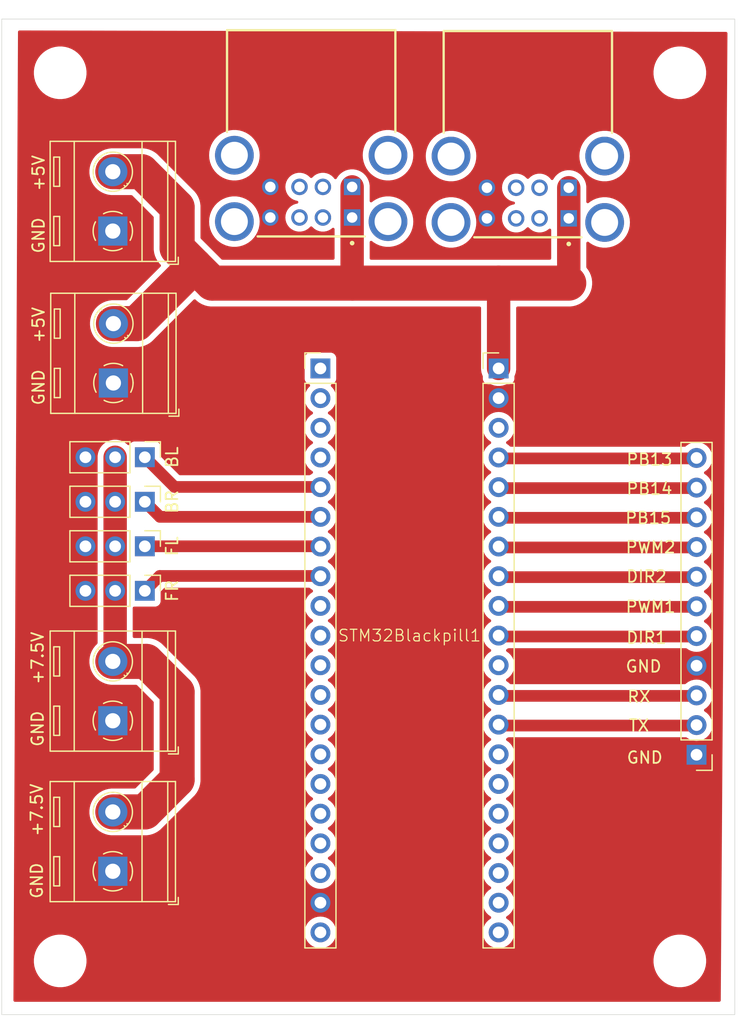
<source format=kicad_pcb>
(kicad_pcb (version 20240108) (generator "pcbnew") (generator_version "8.0")
  (layers (0 "F.Cu" signal) (31 "B.Cu" signal) (34 "B.Paste" user) (35 "F.Paste" user) (36 "B.SilkS" user "B.Silkscreen") (37 "F.SilkS" user "F.Silkscreen") (38 "B.Mask" user) (39 "F.Mask" user) (44 "Edge.Cuts" user))
  (net 0 "")
  (net 1 "GND")
  (net 2 "+5V")
  (net 3 "+7.5V")
  (net 4 "TX")
  (net 5 "RX")
  (net 6 "SERVOFR")
  (net 7 "SERVOFL")
  (net 8 "SERVOBR")
  (net 9 "SERVOBL")
  (net 10 "PB13")
  (net 11 "PB14")
  (net 12 "PB15")
  (net 13 "PWM2")
  (net 14 "DIR2")
  (net 15 "PWM1")
  (net 16 "DIR1")
  (footprint "MountingHole:MountingHole_3.5mm" (layer "F.Cu") (at 135 56)
    (property "Reference" "H2" (hide yes))
    (property "Value" "MountingHole")
    (pad "" np_thru_hole circle (at 0 0) (size 3.5 3.5) (drill 3.5) (layers "*.Cu" "*.Mask"))
  )
  (footprint "Connector_PinHeader_2.54mm:PinHeader_1x03_P2.54mm_Vertical" (layer "F.Cu") (at 142.24 92.71 -90)
    (property "Reference" "BR" (at 0 -2.33 270) (layer "F.SilkS"))
    (property "Value" "Conn_01x03")
    (fp_line (start -1.33 6.41) (end 1.33 6.41) (stroke (width 0.12)) (layer "F.SilkS"))
    (fp_line (start -1.33 1.27) (end -1.33 6.41) (stroke (width 0.12)) (layer "F.SilkS"))
    (fp_line (start -1.33 1.27) (end 1.33 1.27) (stroke (width 0.12)) (layer "F.SilkS"))
    (fp_line (start 1.33 1.27) (end 1.33 6.41) (stroke (width 0.12)) (layer "F.SilkS"))
    (fp_line (start -1.33 0) (end -1.33 -1.33) (stroke (width 0.12)) (layer "F.SilkS"))
    (fp_line (start -1.33 -1.33) (end 0 -1.33) (stroke (width 0.12)) (layer "F.SilkS"))
    (pad "1" thru_hole rect (at 0 0 270) (size 1.7 1.7) (drill 1) (layers "*.Cu" "*.Mask") (net 8 "SERVOBR"))
    (pad "2" thru_hole oval (at 0 2.54 270) (size 1.7 1.7) (drill 1) (layers "*.Cu" "*.Mask") (net 3 "+7.5V"))
    (pad "3" thru_hole oval (at 0 5.08 270) (size 1.7 1.7) (drill 1) (layers "*.Cu" "*.Mask") (net 1 "GND"))
  )
  (footprint "Connector_PinHeader_2.54mm:PinHeader_1x03_P2.54mm_Vertical" (layer "F.Cu") (at 142.24 100.33 -90)
    (property "Reference" "FR" (at 0 -2.33 270) (layer "F.SilkS"))
    (property "Value" "Conn_01x03")
    (fp_line (start -1.33 6.41) (end 1.33 6.41) (stroke (width 0.12)) (layer "F.SilkS"))
    (fp_line (start -1.33 1.27) (end -1.33 6.41) (stroke (width 0.12)) (layer "F.SilkS"))
    (fp_line (start -1.33 1.27) (end 1.33 1.27) (stroke (width 0.12)) (layer "F.SilkS"))
    (fp_line (start 1.33 1.27) (end 1.33 6.41) (stroke (width 0.12)) (layer "F.SilkS"))
    (fp_line (start -1.33 0) (end -1.33 -1.33) (stroke (width 0.12)) (layer "F.SilkS"))
    (fp_line (start -1.33 -1.33) (end 0 -1.33) (stroke (width 0.12)) (layer "F.SilkS"))
    (pad "1" thru_hole rect (at 0 0 270) (size 1.7 1.7) (drill 1) (layers "*.Cu" "*.Mask") (net 6 "SERVOFR"))
    (pad "2" thru_hole oval (at 0 2.54 270) (size 1.7 1.7) (drill 1) (layers "*.Cu" "*.Mask") (net 3 "+7.5V"))
    (pad "3" thru_hole oval (at 0 5.08 270) (size 1.7 1.7) (drill 1) (layers "*.Cu" "*.Mask") (net 1 "GND"))
  )
  (footprint "TerminalBlock_RND:TerminalBlock_RND_205-00287_1x02_P5.08mm_Horizontal" (layer "F.Cu") (at 139.5 124.33 90)
    (property "Reference" "J12" (hide yes))
    (property "Value" "7V")
    (fp_line (start 7.68 -5.36) (end 7.68 5.36) (stroke (width 0.12)) (layer "F.SilkS"))
    (fp_line (start -2.6 -5.36) (end 7.68 -5.36) (stroke (width 0.12)) (layer "F.SilkS"))
    (fp_line (start -2.6 -5.36) (end -2.6 5.36) (stroke (width 0.12)) (layer "F.SilkS"))
    (fp_line (start 6.33 -5.05) (end 6.33 -4.55) (stroke (width 0.12)) (layer "F.SilkS"))
    (fp_line (start 3.83 -5.05) (end 6.33 -5.05) (stroke (width 0.12)) (layer "F.SilkS"))
    (fp_line (start 3.83 -5.05) (end 3.83 -4.55) (stroke (width 0.12)) (layer "F.SilkS"))
    (fp_line (start 1.25 -5.05) (end 1.25 -4.55) (stroke (width 0.12)) (layer "F.SilkS"))
    (fp_line (start -1.25 -5.05) (end 1.25 -5.05) (stroke (width 0.12)) (layer "F.SilkS"))
    (fp_line (start -1.25 -5.05) (end -1.25 -4.55) (stroke (width 0.12)) (layer "F.SilkS"))
    (fp_line (start 3.83 -4.55) (end 6.33 -4.55) (stroke (width 0.12)) (layer "F.SilkS"))
    (fp_line (start -1.25 -4.55) (end 1.25 -4.55) (stroke (width 0.12)) (layer "F.SilkS"))
    (fp_line (start -2.6 -3.3) (end 7.68 -3.3) (stroke (width 0.12)) (layer "F.SilkS"))
    (fp_line (start 6.15 -1.275) (end 6.091 -1.216) (stroke (width 0.12)) (layer "F.SilkS"))
    (fp_line (start 6.355 -1.069) (end 6.261 -0.976) (stroke (width 0.12)) (layer "F.SilkS"))
    (fp_line (start 3.9 0.976) (end 3.806 1.069) (stroke (width 0.12)) (layer "F.SilkS"))
    (fp_line (start 4.07 1.216) (end 4.011 1.274) (stroke (width 0.12)) (layer "F.SilkS"))
    (fp_line (start -2.6 2.5) (end 7.68 2.5) (stroke (width 0.12)) (layer "F.SilkS"))
    (fp_line (start -2.6 4.7) (end 7.68 4.7) (stroke (width 0.12)) (layer "F.SilkS"))
    (fp_line (start -2.84 4.76) (end -2.84 5.6) (stroke (width 0.12)) (layer "F.SilkS"))
    (fp_line (start -2.6 5.36) (end 7.68 5.36) (stroke (width 0.12)) (layer "F.SilkS"))
    (fp_line (start -2.84 5.6) (end -2.24 5.6) (stroke (width 0.12)) (layer "F.SilkS"))
    (fp_arc (start -0.789089 -1.483953) (mid -0.00005 -1.680708) (end 0.789 -1.484) (stroke (width 0.12)) (layer "F.SilkS"))
    (fp_arc (start 1.483953 -0.789089) (mid 1.680708 -0.00005) (end 1.484 0.789) (stroke (width 0.12)) (layer "F.SilkS"))
    (fp_arc (start -1.483953 0.789089) (mid -1.680708 0.00005) (end -1.484 -0.789) (stroke (width 0.12)) (layer "F.SilkS"))
    (fp_arc (start 0.788712 1.483352) (mid 0.406429 1.630097) (end 0 1.68) (stroke (width 0.12)) (layer "F.SilkS"))
    (fp_arc (start 0.029383 1.68045) (mid -0.392304 1.634281) (end -0.789 1.484) (stroke (width 0.12)) (layer "F.SilkS"))
    (fp_circle (center 5.08 0) (end 6.76 0) (stroke (width 0.12)) (fill none) (layer "F.SilkS"))
    (pad "1" thru_hole rect (at 0 0 90) (size 2.5 2.5) (drill 1.3) (layers "*.Cu" "*.Mask") (net 1 "GND"))
    (pad "2" thru_hole circle (at 5.08 0 90) (size 2.5 2.5) (drill 1.3) (layers "*.Cu" "*.Mask") (net 3 "+7.5V"))
  )
  (footprint "MountingHole:MountingHole_3.5mm" (layer "F.Cu") (at 188 56)
    (property "Reference" "H3" (hide yes))
    (property "Value" "MountingHole")
    (pad "" np_thru_hole circle (at 0 0) (size 3.5 3.5) (drill 3.5) (layers "*.Cu" "*.Mask"))
  )
  (footprint "TerminalBlock_RND:TerminalBlock_RND_205-00287_1x02_P5.08mm_Horizontal" (layer "F.Cu") (at 139.5 69.545 90)
    (property "Reference" "J1" (hide yes))
    (property "Value" "5V")
    (fp_line (start 7.68 -5.36) (end 7.68 5.36) (stroke (width 0.12)) (layer "F.SilkS"))
    (fp_line (start -2.6 -5.36) (end 7.68 -5.36) (stroke (width 0.12)) (layer "F.SilkS"))
    (fp_line (start -2.6 -5.36) (end -2.6 5.36) (stroke (width 0.12)) (layer "F.SilkS"))
    (fp_line (start 6.33 -5.05) (end 6.33 -4.55) (stroke (width 0.12)) (layer "F.SilkS"))
    (fp_line (start 3.83 -5.05) (end 6.33 -5.05) (stroke (width 0.12)) (layer "F.SilkS"))
    (fp_line (start 3.83 -5.05) (end 3.83 -4.55) (stroke (width 0.12)) (layer "F.SilkS"))
    (fp_line (start 1.25 -5.05) (end 1.25 -4.55) (stroke (width 0.12)) (layer "F.SilkS"))
    (fp_line (start -1.25 -5.05) (end 1.25 -5.05) (stroke (width 0.12)) (layer "F.SilkS"))
    (fp_line (start -1.25 -5.05) (end -1.25 -4.55) (stroke (width 0.12)) (layer "F.SilkS"))
    (fp_line (start 3.83 -4.55) (end 6.33 -4.55) (stroke (width 0.12)) (layer "F.SilkS"))
    (fp_line (start -1.25 -4.55) (end 1.25 -4.55) (stroke (width 0.12)) (layer "F.SilkS"))
    (fp_line (start -2.6 -3.3) (end 7.68 -3.3) (stroke (width 0.12)) (layer "F.SilkS"))
    (fp_line (start 6.15 -1.275) (end 6.091 -1.216) (stroke (width 0.12)) (layer "F.SilkS"))
    (fp_line (start 6.355 -1.069) (end 6.261 -0.976) (stroke (width 0.12)) (layer "F.SilkS"))
    (fp_line (start 3.9 0.976) (end 3.806 1.069) (stroke (width 0.12)) (layer "F.SilkS"))
    (fp_line (start 4.07 1.216) (end 4.011 1.274) (stroke (width 0.12)) (layer "F.SilkS"))
    (fp_line (start -2.6 2.5) (end 7.68 2.5) (stroke (width 0.12)) (layer "F.SilkS"))
    (fp_line (start -2.6 4.7) (end 7.68 4.7) (stroke (width 0.12)) (layer "F.SilkS"))
    (fp_line (start -2.84 4.76) (end -2.84 5.6) (stroke (width 0.12)) (layer "F.SilkS"))
    (fp_line (start -2.6 5.36) (end 7.68 5.36) (stroke (width 0.12)) (layer "F.SilkS"))
    (fp_line (start -2.84 5.6) (end -2.24 5.6) (stroke (width 0.12)) (layer "F.SilkS"))
    (fp_arc (start -0.789089 -1.483953) (mid -0.00005 -1.680708) (end 0.789 -1.484) (stroke (width 0.12)) (layer "F.SilkS"))
    (fp_arc (start 1.483953 -0.789089) (mid 1.680708 -0.00005) (end 1.484 0.789) (stroke (width 0.12)) (layer "F.SilkS"))
    (fp_arc (start -1.483953 0.789089) (mid -1.680708 0.00005) (end -1.484 -0.789) (stroke (width 0.12)) (layer "F.SilkS"))
    (fp_arc (start 0.788712 1.483352) (mid 0.406429 1.630097) (end 0 1.68) (stroke (width 0.12)) (layer "F.SilkS"))
    (fp_arc (start 0.029383 1.68045) (mid -0.392304 1.634281) (end -0.789 1.484) (stroke (width 0.12)) (layer "F.SilkS"))
    (fp_circle (center 5.08 0) (end 6.76 0) (stroke (width 0.12)) (fill none) (layer "F.SilkS"))
    (pad "1" thru_hole rect (at 0 0 90) (size 2.5 2.5) (drill 1.3) (layers "*.Cu" "*.Mask") (net 1 "GND"))
    (pad "2" thru_hole circle (at 5.08 0 90) (size 2.5 2.5) (drill 1.3) (layers "*.Cu" "*.Mask") (net 2 "+5V"))
  )
  (footprint "MountingHole:MountingHole_3.5mm" (layer "F.Cu") (at 135 132)
    (property "Reference" "H1" (hide yes))
    (property "Value" "MountingHole")
    (pad "" np_thru_hole circle (at 0 0) (size 3.5 3.5) (drill 3.5) (layers "*.Cu" "*.Mask"))
  )
  (footprint "TerminalBlock_RND:TerminalBlock_RND_205-00287_1x02_P5.08mm_Horizontal" (layer "F.Cu") (at 139.5 111.45 90)
    (property "Reference" "J2" (hide yes))
    (property "Value" "7V")
    (fp_line (start 7.68 -5.36) (end 7.68 5.36) (stroke (width 0.12)) (layer "F.SilkS"))
    (fp_line (start -2.6 -5.36) (end 7.68 -5.36) (stroke (width 0.12)) (layer "F.SilkS"))
    (fp_line (start -2.6 -5.36) (end -2.6 5.36) (stroke (width 0.12)) (layer "F.SilkS"))
    (fp_line (start 6.33 -5.05) (end 6.33 -4.55) (stroke (width 0.12)) (layer "F.SilkS"))
    (fp_line (start 3.83 -5.05) (end 6.33 -5.05) (stroke (width 0.12)) (layer "F.SilkS"))
    (fp_line (start 3.83 -5.05) (end 3.83 -4.55) (stroke (width 0.12)) (layer "F.SilkS"))
    (fp_line (start 1.25 -5.05) (end 1.25 -4.55) (stroke (width 0.12)) (layer "F.SilkS"))
    (fp_line (start -1.25 -5.05) (end 1.25 -5.05) (stroke (width 0.12)) (layer "F.SilkS"))
    (fp_line (start -1.25 -5.05) (end -1.25 -4.55) (stroke (width 0.12)) (layer "F.SilkS"))
    (fp_line (start 3.83 -4.55) (end 6.33 -4.55) (stroke (width 0.12)) (layer "F.SilkS"))
    (fp_line (start -1.25 -4.55) (end 1.25 -4.55) (stroke (width 0.12)) (layer "F.SilkS"))
    (fp_line (start -2.6 -3.3) (end 7.68 -3.3) (stroke (width 0.12)) (layer "F.SilkS"))
    (fp_line (start 6.15 -1.275) (end 6.091 -1.216) (stroke (width 0.12)) (layer "F.SilkS"))
    (fp_line (start 6.355 -1.069) (end 6.261 -0.976) (stroke (width 0.12)) (layer "F.SilkS"))
    (fp_line (start 3.9 0.976) (end 3.806 1.069) (stroke (width 0.12)) (layer "F.SilkS"))
    (fp_line (start 4.07 1.216) (end 4.011 1.274) (stroke (width 0.12)) (layer "F.SilkS"))
    (fp_line (start -2.6 2.5) (end 7.68 2.5) (stroke (width 0.12)) (layer "F.SilkS"))
    (fp_line (start -2.6 4.7) (end 7.68 4.7) (stroke (width 0.12)) (layer "F.SilkS"))
    (fp_line (start -2.84 4.76) (end -2.84 5.6) (stroke (width 0.12)) (layer "F.SilkS"))
    (fp_line (start -2.6 5.36) (end 7.68 5.36) (stroke (width 0.12)) (layer "F.SilkS"))
    (fp_line (start -2.84 5.6) (end -2.24 5.6) (stroke (width 0.12)) (layer "F.SilkS"))
    (fp_arc (start -0.789089 -1.483953) (mid -0.00005 -1.680708) (end 0.789 -1.484) (stroke (width 0.12)) (layer "F.SilkS"))
    (fp_arc (start 1.483953 -0.789089) (mid 1.680708 -0.00005) (end 1.484 0.789) (stroke (width 0.12)) (layer "F.SilkS"))
    (fp_arc (start -1.483953 0.789089) (mid -1.680708 0.00005) (end -1.484 -0.789) (stroke (width 0.12)) (layer "F.SilkS"))
    (fp_arc (start 0.788712 1.483352) (mid 0.406429 1.630097) (end 0 1.68) (stroke (width 0.12)) (layer "F.SilkS"))
    (fp_arc (start 0.029383 1.68045) (mid -0.392304 1.634281) (end -0.789 1.484) (stroke (width 0.12)) (layer "F.SilkS"))
    (fp_circle (center 5.08 0) (end 6.76 0) (stroke (width 0.12)) (fill none) (layer "F.SilkS"))
    (pad "1" thru_hole rect (at 0 0 90) (size 2.5 2.5) (drill 1.3) (layers "*.Cu" "*.Mask") (net 1 "GND"))
    (pad "2" thru_hole circle (at 5.08 0 90) (size 2.5 2.5) (drill 1.3) (layers "*.Cu" "*.Mask") (net 3 "+7.5V"))
  )
  (footprint "TerminalBlock_RND:TerminalBlock_RND_205-00287_1x02_P5.08mm_Horizontal" (layer "F.Cu") (at 139.55 82.545 90)
    (property "Reference" "J9" (hide yes))
    (property "Value" "5V")
    (fp_line (start 7.68 -5.36) (end 7.68 5.36) (stroke (width 0.12)) (layer "F.SilkS"))
    (fp_line (start -2.6 -5.36) (end 7.68 -5.36) (stroke (width 0.12)) (layer "F.SilkS"))
    (fp_line (start -2.6 -5.36) (end -2.6 5.36) (stroke (width 0.12)) (layer "F.SilkS"))
    (fp_line (start 6.33 -5.05) (end 6.33 -4.55) (stroke (width 0.12)) (layer "F.SilkS"))
    (fp_line (start 3.83 -5.05) (end 6.33 -5.05) (stroke (width 0.12)) (layer "F.SilkS"))
    (fp_line (start 3.83 -5.05) (end 3.83 -4.55) (stroke (width 0.12)) (layer "F.SilkS"))
    (fp_line (start 1.25 -5.05) (end 1.25 -4.55) (stroke (width 0.12)) (layer "F.SilkS"))
    (fp_line (start -1.25 -5.05) (end 1.25 -5.05) (stroke (width 0.12)) (layer "F.SilkS"))
    (fp_line (start -1.25 -5.05) (end -1.25 -4.55) (stroke (width 0.12)) (layer "F.SilkS"))
    (fp_line (start 3.83 -4.55) (end 6.33 -4.55) (stroke (width 0.12)) (layer "F.SilkS"))
    (fp_line (start -1.25 -4.55) (end 1.25 -4.55) (stroke (width 0.12)) (layer "F.SilkS"))
    (fp_line (start -2.6 -3.3) (end 7.68 -3.3) (stroke (width 0.12)) (layer "F.SilkS"))
    (fp_line (start 6.15 -1.275) (end 6.091 -1.216) (stroke (width 0.12)) (layer "F.SilkS"))
    (fp_line (start 6.355 -1.069) (end 6.261 -0.976) (stroke (width 0.12)) (layer "F.SilkS"))
    (fp_line (start 3.9 0.976) (end 3.806 1.069) (stroke (width 0.12)) (layer "F.SilkS"))
    (fp_line (start 4.07 1.216) (end 4.011 1.274) (stroke (width 0.12)) (layer "F.SilkS"))
    (fp_line (start -2.6 2.5) (end 7.68 2.5) (stroke (width 0.12)) (layer "F.SilkS"))
    (fp_line (start -2.6 4.7) (end 7.68 4.7) (stroke (width 0.12)) (layer "F.SilkS"))
    (fp_line (start -2.84 4.76) (end -2.84 5.6) (stroke (width 0.12)) (layer "F.SilkS"))
    (fp_line (start -2.6 5.36) (end 7.68 5.36) (stroke (width 0.12)) (layer "F.SilkS"))
    (fp_line (start -2.84 5.6) (end -2.24 5.6) (stroke (width 0.12)) (layer "F.SilkS"))
    (fp_arc (start -0.789089 -1.483953) (mid -0.00005 -1.680708) (end 0.789 -1.484) (stroke (width 0.12)) (layer "F.SilkS"))
    (fp_arc (start 1.483953 -0.789089) (mid 1.680708 -0.00005) (end 1.484 0.789) (stroke (width 0.12)) (layer "F.SilkS"))
    (fp_arc (start -1.483953 0.789089) (mid -1.680708 0.00005) (end -1.484 -0.789) (stroke (width 0.12)) (layer "F.SilkS"))
    (fp_arc (start 0.788712 1.483352) (mid 0.406429 1.630097) (end 0 1.68) (stroke (width 0.12)) (layer "F.SilkS"))
    (fp_arc (start 0.029383 1.68045) (mid -0.392304 1.634281) (end -0.789 1.484) (stroke (width 0.12)) (layer "F.SilkS"))
    (fp_circle (center 5.08 0) (end 6.76 0) (stroke (width 0.12)) (fill none) (layer "F.SilkS"))
    (pad "1" thru_hole rect (at 0 0 90) (size 2.5 2.5) (drill 1.3) (layers "*.Cu" "*.Mask") (net 1 "GND"))
    (pad "2" thru_hole circle (at 5.08 0 90) (size 2.5 2.5) (drill 1.3) (layers "*.Cu" "*.Mask") (net 2 "+5V"))
  )
  (footprint "MountingHole:MountingHole_3.5mm" (layer "F.Cu") (at 188 132)
    (property "Reference" "H4" (hide yes))
    (property "Value" "MountingHole")
    (pad "" np_thru_hole circle (at 0 0) (size 3.5 3.5) (drill 3.5) (layers "*.Cu" "*.Mask"))
  )
  (footprint "Connector_PinHeader_2.54mm:PinHeader_1x11_P2.54mm_Vertical" (layer "F.Cu") (at 189.43 114.36 180)
    (property "Reference" "J10" (hide yes))
    (property "Value" "Conn_01x11")
    (fp_line (start 1.33 1.27) (end 1.33 26.73) (stroke (width 0.12)) (layer "F.SilkS"))
    (fp_line (start -1.33 26.73) (end 1.33 26.73) (stroke (width 0.12)) (layer "F.SilkS"))
    (fp_line (start -1.33 1.27) (end 1.33 1.27) (stroke (width 0.12)) (layer "F.SilkS"))
    (fp_line (start -1.33 1.27) (end -1.33 26.73) (stroke (width 0.12)) (layer "F.SilkS"))
    (fp_line (start -1.33 0) (end -1.33 -1.33) (stroke (width 0.12)) (layer "F.SilkS"))
    (fp_line (start -1.33 -1.33) (end 0 -1.33) (stroke (width 0.12)) (layer "F.SilkS"))
    (pad "1" thru_hole rect (at 0 0 180) (size 1.7 1.7) (drill 1) (layers "*.Cu" "*.Mask") (net 1 "GND"))
    (pad "2" thru_hole oval (at 0 2.54 180) (size 1.7 1.7) (drill 1) (layers "*.Cu" "*.Mask") (net 4 "TX"))
    (pad "3" thru_hole oval (at 0 5.08 180) (size 1.7 1.7) (drill 1) (layers "*.Cu" "*.Mask") (net 5 "RX"))
    (pad "4" thru_hole oval (at 0 7.62 180) (size 1.7 1.7) (drill 1) (layers "*.Cu" "*.Mask") (net 1 "GND"))
    (pad "5" thru_hole oval (at 0 10.16 180) (size 1.7 1.7) (drill 1) (layers "*.Cu" "*.Mask") (net 16 "DIR1"))
    (pad "6" thru_hole oval (at 0 12.7 180) (size 1.7 1.7) (drill 1) (layers "*.Cu" "*.Mask") (net 15 "PWM1"))
    (pad "7" thru_hole oval (at 0 15.24 180) (size 1.7 1.7) (drill 1) (layers "*.Cu" "*.Mask") (net 14 "DIR2"))
    (pad "8" thru_hole oval (at 0 17.78 180) (size 1.7 1.7) (drill 1) (layers "*.Cu" "*.Mask") (net 13 "PWM2"))
    (pad "9" thru_hole oval (at 0 20.32 180) (size 1.7 1.7) (drill 1) (layers "*.Cu" "*.Mask") (net 12 "PB15"))
    (pad "10" thru_hole oval (at 0 22.86 180) (size 1.7 1.7) (drill 1) (layers "*.Cu" "*.Mask") (net 11 "PB14"))
    (pad "11" thru_hole oval (at 0 25.4 180) (size 1.7 1.7) (drill 1) (layers "*.Cu" "*.Mask") (net 10 "PB13"))
  )
  (footprint "Connector_PinHeader_2.54mm:PinHeader_1x03_P2.54mm_Vertical" (layer "F.Cu") (at 142.24 88.9 -90)
    (property "Reference" "BL" (at 0 -2.33 270) (layer "F.SilkS"))
    (property "Value" "Conn_01x03")
    (fp_line (start -1.33 6.41) (end 1.33 6.41) (stroke (width 0.12)) (layer "F.SilkS"))
    (fp_line (start -1.33 1.27) (end -1.33 6.41) (stroke (width 0.12)) (layer "F.SilkS"))
    (fp_line (start -1.33 1.27) (end 1.33 1.27) (stroke (width 0.12)) (layer "F.SilkS"))
    (fp_line (start 1.33 1.27) (end 1.33 6.41) (stroke (width 0.12)) (layer "F.SilkS"))
    (fp_line (start -1.33 0) (end -1.33 -1.33) (stroke (width 0.12)) (layer "F.SilkS"))
    (fp_line (start -1.33 -1.33) (end 0 -1.33) (stroke (width 0.12)) (layer "F.SilkS"))
    (pad "1" thru_hole rect (at 0 0 270) (size 1.7 1.7) (drill 1) (layers "*.Cu" "*.Mask") (net 9 "SERVOBL"))
    (pad "2" thru_hole oval (at 0 2.54 270) (size 1.7 1.7) (drill 1) (layers "*.Cu" "*.Mask") (net 3 "+7.5V"))
    (pad "3" thru_hole oval (at 0 5.08 270) (size 1.7 1.7) (drill 1) (layers "*.Cu" "*.Mask") (net 1 "GND"))
  )
  (footprint "USBA:DualUSB" (layer "F.Cu") (at 159.97 68.385 180)
    (property "Reference" "USB1" (hide yes))
    (property "Value" "USB")
    (fp_line (start 10.7 16.03) (end -3.7 16.03) (stroke (width 0.2)) (layer "F.SilkS"))
    (fp_line (start 10.7 7.32) (end 10.7 16.03) (stroke (width 0.2)) (layer "F.SilkS"))
    (fp_line (start -1.08 -1.62) (end 8.08 -1.62) (stroke (width 0.2)) (layer "F.SilkS"))
    (fp_line (start -3.7 16.03) (end -3.7 7.32) (stroke (width 0.2)) (layer "F.SilkS"))
    (fp_circle (center 0 -2.19) (end 0.1 -2.19) (stroke (width 0.2)) (fill none) (layer "F.SilkS"))
    (pad "A01" thru_hole rect (at 0 0 180) (size 1.408 1.408) (drill 0.9) (layers "*.Cu" "*.Mask") (net 2 "+5V"))
    (pad "A02" thru_hole circle (at 2.5 0 180) (size 1.408 1.408) (drill 0.9) (layers "*.Cu" "*.Mask"))
    (pad "A03" thru_hole circle (at 4.5 0 180) (size 1.408 1.408) (drill 0.9) (layers "*.Cu" "*.Mask"))
    (pad "A04" thru_hole circle (at 7 0 180) (size 1.408 1.408) (drill 0.9) (layers "*.Cu" "*.Mask") (net 1 "GND"))
    (pad "B01" thru_hole rect (at 0 2.62 180) (size 1.408 1.408) (drill 0.9) (layers "*.Cu" "*.Mask") (net 2 "+5V"))
    (pad "B02" thru_hole circle (at 2.5 2.62 180) (size 1.408 1.408) (drill 0.9) (layers "*.Cu" "*.Mask"))
    (pad "B03" thru_hole circle (at 4.5 2.62 180) (size 1.408 1.408) (drill 0.9) (layers "*.Cu" "*.Mask"))
    (pad "B04" thru_hole circle (at 7 2.62 180) (size 1.408 1.408) (drill 0.9) (layers "*.Cu" "*.Mask") (net 1 "GND"))
    (pad "S1" thru_hole circle (at -3.07 -0.35 180) (size 3.316 3.316) (drill 2.3) (layers "*.Cu" "*.Mask"))
    (pad "S2" thru_hole circle (at 10.07 -0.35 180) (size 3.316 3.316) (drill 2.3) (layers "*.Cu" "*.Mask"))
    (pad "S3" thru_hole circle (at 10.07 5.33 180) (size 3.316 3.316) (drill 2.3) (layers "*.Cu" "*.Mask"))
    (pad "S4" thru_hole circle (at -3.07 5.33 180) (size 3.316 3.316) (drill 2.3) (layers "*.Cu" "*.Mask"))
  )
  (footprint "USBA:DualUSB" (layer "F.Cu") (at 178.5 68.4575 180)
    (property "Reference" "USB2" (hide yes))
    (property "Value" "USB")
    (fp_line (start 10.7 16.03) (end -3.7 16.03) (stroke (width 0.2)) (layer "F.SilkS"))
    (fp_line (start 10.7 7.32) (end 10.7 16.03) (stroke (width 0.2)) (layer "F.SilkS"))
    (fp_line (start -1.08 -1.62) (end 8.08 -1.62) (stroke (width 0.2)) (layer "F.SilkS"))
    (fp_line (start -3.7 16.03) (end -3.7 7.32) (stroke (width 0.2)) (layer "F.SilkS"))
    (fp_circle (center 0 -2.19) (end 0.1 -2.19) (stroke (width 0.2)) (fill none) (layer "F.SilkS"))
    (pad "A01" thru_hole rect (at 0 0 180) (size 1.408 1.408) (drill 0.9) (layers "*.Cu" "*.Mask") (net 2 "+5V"))
    (pad "A02" thru_hole circle (at 2.5 0 180) (size 1.408 1.408) (drill 0.9) (layers "*.Cu" "*.Mask"))
    (pad "A03" thru_hole circle (at 4.5 0 180) (size 1.408 1.408) (drill 0.9) (layers "*.Cu" "*.Mask"))
    (pad "A04" thru_hole circle (at 7 0 180) (size 1.408 1.408) (drill 0.9) (layers "*.Cu" "*.Mask") (net 1 "GND"))
    (pad "B01" thru_hole rect (at 0 2.62 180) (size 1.408 1.408) (drill 0.9) (layers "*.Cu" "*.Mask") (net 2 "+5V"))
    (pad "B02" thru_hole circle (at 2.5 2.62 180) (size 1.408 1.408) (drill 0.9) (layers "*.Cu" "*.Mask"))
    (pad "B03" thru_hole circle (at 4.5 2.62 180) (size 1.408 1.408) (drill 0.9) (layers "*.Cu" "*.Mask"))
    (pad "B04" thru_hole circle (at 7 2.62 180) (size 1.408 1.408) (drill 0.9) (layers "*.Cu" "*.Mask") (net 1 "GND"))
    (pad "S1" thru_hole circle (at -3.07 -0.35 180) (size 3.316 3.316) (drill 2.3) (layers "*.Cu" "*.Mask"))
    (pad "S2" thru_hole circle (at 10.07 -0.35 180) (size 3.316 3.316) (drill 2.3) (layers "*.Cu" "*.Mask"))
    (pad "S3" thru_hole circle (at 10.07 5.33 180) (size 3.316 3.316) (drill 2.3) (layers "*.Cu" "*.Mask"))
    (pad "S4" thru_hole circle (at -3.07 5.33 180) (size 3.316 3.316) (drill 2.3) (layers "*.Cu" "*.Mask"))
  )
  (footprint "Connector_PinHeader_2.54mm:PinHeader_1x03_P2.54mm_Vertical" (layer "F.Cu") (at 142.24 96.52 -90)
    (property "Reference" "FL" (at 0 -2.33 270) (layer "F.SilkS"))
    (property "Value" "Conn_01x03")
    (fp_line (start -1.33 6.41) (end 1.33 6.41) (stroke (width 0.12)) (layer "F.SilkS"))
    (fp_line (start -1.33 1.27) (end -1.33 6.41) (stroke (width 0.12)) (layer "F.SilkS"))
    (fp_line (start -1.33 1.27) (end 1.33 1.27) (stroke (width 0.12)) (layer "F.SilkS"))
    (fp_line (start 1.33 1.27) (end 1.33 6.41) (stroke (width 0.12)) (layer "F.SilkS"))
    (fp_line (start -1.33 0) (end -1.33 -1.33) (stroke (width 0.12)) (layer "F.SilkS"))
    (fp_line (start -1.33 -1.33) (end 0 -1.33) (stroke (width 0.12)) (layer "F.SilkS"))
    (pad "1" thru_hole rect (at 0 0 270) (size 1.7 1.7) (drill 1) (layers "*.Cu" "*.Mask") (net 7 "SERVOFL"))
    (pad "2" thru_hole oval (at 0 2.54 270) (size 1.7 1.7) (drill 1) (layers "*.Cu" "*.Mask") (net 3 "+7.5V"))
    (pad "3" thru_hole oval (at 0 5.08 270) (size 1.7 1.7) (drill 1) (layers "*.Cu" "*.Mask") (net 1 "GND"))
  )
  (footprint "STM32_footprints:Blackpill" (layer "F.Cu") (at 164.88 104.16)
    (property "Reference" "STM32Blackpill1" (at 0 0 0) (layer "F.SilkS") (effects (font (thickness 0.1))))
    (property "Value" "~")
    (fp_line (start -8.95 -24.19) (end -7.62 -24.19) (stroke (width 0.12)) (layer "F.SilkS"))
    (fp_line (start -8.95 -22.86) (end -8.95 -24.19) (stroke (width 0.12)) (layer "F.SilkS"))
    (fp_line (start -8.95 -21.59) (end -8.95 26.73) (stroke (width 0.12)) (layer "F.SilkS"))
    (fp_line (start -8.95 -21.59) (end -6.29 -21.59) (stroke (width 0.12)) (layer "F.SilkS"))
    (fp_line (start -8.95 26.73) (end -6.29 26.73) (stroke (width 0.12)) (layer "F.SilkS"))
    (fp_line (start -6.29 -21.59) (end -6.29 26.73) (stroke (width 0.12)) (layer "F.SilkS"))
    (fp_line (start 6.29 -24.19) (end 7.62 -24.19) (stroke (width 0.12)) (layer "F.SilkS"))
    (fp_line (start 6.29 -22.86) (end 6.29 -24.19) (stroke (width 0.12)) (layer "F.SilkS"))
    (fp_line (start 6.29 -21.59) (end 6.29 26.73) (stroke (width 0.12)) (layer "F.SilkS"))
    (fp_line (start 6.29 -21.59) (end 8.95 -21.59) (stroke (width 0.12)) (layer "F.SilkS"))
    (fp_line (start 6.29 26.73) (end 8.95 26.73) (stroke (width 0.12)) (layer "F.SilkS"))
    (fp_line (start 8.95 -21.59) (end 8.95 26.73) (stroke (width 0.12)) (layer "F.SilkS"))
    (pad "" thru_hole rect (at -7.62 -22.86) (size 1.7 1.7) (drill 1) (layers "*.Cu" "*.Mask"))
    (pad "" thru_hole oval (at -7.62 -20.32) (size 1.7 1.7) (drill 1) (layers "*.Cu" "*.Mask"))
    (pad "" thru_hole oval (at -7.62 -17.78) (size 1.7 1.7) (drill 1) (layers "*.Cu" "*.Mask"))
    (pad "" thru_hole oval (at -7.62 -15.24) (size 1.7 1.7) (drill 1) (layers "*.Cu" "*.Mask"))
    (pad "" thru_hole oval (at -7.62 -2.54) (size 1.7 1.7) (drill 1) (layers "*.Cu" "*.Mask"))
    (pad "" thru_hole oval (at -7.62 0) (size 1.7 1.7) (drill 1) (layers "*.Cu" "*.Mask"))
    (pad "" thru_hole oval (at -7.62 2.54) (size 1.7 1.7) (drill 1) (layers "*.Cu" "*.Mask"))
    (pad "" thru_hole oval (at -7.62 5.08) (size 1.7 1.7) (drill 1) (layers "*.Cu" "*.Mask"))
    (pad "" thru_hole oval (at -7.62 7.62) (size 1.7 1.7) (drill 1) (layers "*.Cu" "*.Mask"))
    (pad "" thru_hole oval (at -7.62 10.16) (size 1.7 1.7) (drill 1) (layers "*.Cu" "*.Mask"))
    (pad "" thru_hole oval (at -7.62 12.7) (size 1.7 1.7) (drill 1) (layers "*.Cu" "*.Mask"))
    (pad "" thru_hole oval (at -7.62 15.24) (size 1.7 1.7) (drill 1) (layers "*.Cu" "*.Mask"))
    (pad "" thru_hole oval (at -7.62 17.78) (size 1.7 1.7) (drill 1) (layers "*.Cu" "*.Mask"))
    (pad "" thru_hole oval (at -7.62 20.32) (size 1.7 1.7) (drill 1) (layers "*.Cu" "*.Mask"))
    (pad "" thru_hole oval (at -7.62 25.4) (size 1.7 1.7) (drill 1) (layers "*.Cu" "*.Mask"))
    (pad "" thru_hole oval (at 7.62 -17.78) (size 1.7 1.7) (drill 1) (layers "*.Cu" "*.Mask"))
    (pad "" thru_hole oval (at 7.62 2.54) (size 1.7 1.7) (drill 1) (layers "*.Cu" "*.Mask"))
    (pad "" thru_hole oval (at 7.62 10.16) (size 1.7 1.7) (drill 1) (layers "*.Cu" "*.Mask"))
    (pad "" thru_hole oval (at 7.62 12.7) (size 1.7 1.7) (drill 1) (layers "*.Cu" "*.Mask"))
    (pad "" thru_hole oval (at 7.62 15.24) (size 1.7 1.7) (drill 1) (layers "*.Cu" "*.Mask"))
    (pad "" thru_hole oval (at 7.62 17.78) (size 1.7 1.7) (drill 1) (layers "*.Cu" "*.Mask"))
    (pad "" thru_hole oval (at 7.62 20.32) (size 1.7 1.7) (drill 1) (layers "*.Cu" "*.Mask"))
    (pad "" thru_hole oval (at 7.62 22.86) (size 1.7 1.7) (drill 1) (layers "*.Cu" "*.Mask"))
    (pad "" thru_hole oval (at 7.62 25.4) (size 1.7 1.7) (drill 1) (layers "*.Cu" "*.Mask"))
    (pad "5V" thru_hole rect (at 7.62 -22.86) (size 1.7 1.7) (drill 1) (layers "*.Cu" "*.Mask") (net 2 "+5V"))
    (pad "DIR1" thru_hole oval (at 7.62 0) (size 1.7 1.7) (drill 1) (layers "*.Cu" "*.Mask") (net 16 "DIR1"))
    (pad "DIR2" thru_hole oval (at 7.62 -5.08) (size 1.7 1.7) (drill 1) (layers "*.Cu" "*.Mask") (net 14 "DIR2"))
    (pad "GND" thru_hole oval (at -7.62 22.86) (size 1.7 1.7) (drill 1) (layers "*.Cu" "*.Mask") (net 1 "GND"))
    (pad "GND" thru_hole oval (at 7.62 -20.32) (size 1.7 1.7) (drill 1) (layers "*.Cu" "*.Mask") (net 1 "GND"))
    (pad "PB13" thru_hole oval (at 7.62 -15.24) (size 1.7 1.7) (drill 1) (layers "*.Cu" "*.Mask") (net 10 "PB13"))
    (pad "PB14" thru_hole oval (at 7.62 -12.7) (size 1.7 1.7) (drill 1) (layers "*.Cu" "*.Mask") (net 11 "PB14"))
    (pad "PB15" thru_hole oval (at 7.62 -10.16) (size 1.7 1.7) (drill 1) (layers "*.Cu" "*.Mask") (net 12 "PB15"))
    (pad "PWM1" thru_hole oval (at 7.62 -2.54) (size 1.7 1.7) (drill 1) (layers "*.Cu" "*.Mask") (net 15 "PWM1"))
    (pad "PWM2" thru_hole oval (at 7.62 -7.62) (size 1.7 1.7) (drill 1) (layers "*.Cu" "*.Mask") (net 13 "PWM2"))
    (pad "RX" thru_hole oval (at 7.62 5.08) (size 1.7 1.7) (drill 1) (layers "*.Cu" "*.Mask") (net 5 "RX"))
    (pad "SERVOBL" thru_hole oval (at -7.62 -12.7) (size 1.7 1.7) (drill 1) (layers "*.Cu" "*.Mask") (net 9 "SERVOBL"))
    (pad "SERVOBR" thru_hole oval (at -7.62 -10.16) (size 1.7 1.7) (drill 1) (layers "*.Cu" "*.Mask") (net 8 "SERVOBR"))
    (pad "SERVOFL" thru_hole oval (at -7.62 -7.62) (size 1.7 1.7) (drill 1) (layers "*.Cu" "*.Mask") (net 7 "SERVOFL"))
    (pad "SERVOFR" thru_hole oval (at -7.62 -5.08) (size 1.7 1.7) (drill 1) (layers "*.Cu" "*.Mask") (net 6 "SERVOFR"))
    (pad "TX" thru_hole oval (at 7.62 7.62) (size 1.7 1.7) (drill 1) (layers "*.Cu" "*.Mask") (net 4 "TX"))
  )
  (gr_rect (start 130 51.4) (end 192.7 136.6) (stroke (width 0.05)) (fill none) (layer "Edge.Cuts"))
  (gr_text "PWM2" (at 185.5 96.6 0) (layer "F.SilkS") (effects (font (size 1 1))))
  (gr_text "GND" (at 184.9 106.8 0) (layer "F.SilkS") (effects (font (size 1 1))))
  (gr_text "GND" (at 185 114.6 0) (layer "F.SilkS") (effects (font (size 1 1))))
  (gr_text "GND   +7.5V" (at 133 121.75 90) (layer "F.SilkS") (effects (font (size 1 1))))
  (gr_text "DIR1" (at 185.15 104.35 0) (layer "F.SilkS") (effects (font (size 1 1))))
  (gr_text "TX" (at 184.5 111.85 0) (layer "F.SilkS") (effects (font (size 1 1))))
  (gr_text "GND   +5V" (at 133.15 80.25 90) (layer "F.SilkS") (effects (font (size 1 1))))
  (gr_text "RX" (at 184.5 109.4 0) (layer "F.SilkS") (effects (font (size 1 1))))
  (gr_text "PB13" (at 185.4 89.1 0) (layer "F.SilkS") (effects (font (size 1 1))))
  (gr_text "DIR2" (at 185.15 99.1 0) (layer "F.SilkS") (effects (font (size 1 1))))
  (gr_text "PB15" (at 185.3 94.1 0) (layer "F.SilkS") (effects (font (size 1 1))))
  (gr_text "GND   +7.5V" (at 133.07 108.75 90) (layer "F.SilkS") (effects (font (size 1 1))))
  (gr_text "PB14" (at 185.4 91.6 0) (layer "F.SilkS") (effects (font (size 1 1))))
  (gr_text "GND   +5V" (at 133.15 67.25 90) (layer "F.SilkS") (effects (font (size 1 1))))
  (gr_text "PWM1" (at 185.5 101.7 0) (layer "F.SilkS") (effects (font (size 1 1))))
  (segment (start 160 74) (end 172.5 74) (width 3) (layer "F.Cu") (net 2))
  (segment (start 145 67.5) (end 145 71) (width 3) (layer "F.Cu") (net 2))
  (segment (start 172.5 74) (end 178.5 74) (width 3) (layer "F.Cu") (net 2))
  (segment (start 178.5 65.8375) (end 178.5 74) (width 2) (layer "F.Cu") (net 2))
  (segment (start 159.97 65.765) (end 159.97 73.97) (width 2) (layer "F.Cu") (net 2))
  (segment (start 139.55 77.465) (end 141.535 77.465) (width 3) (layer "F.Cu") (net 2))
  (segment (start 141.965 64.465) (end 145 67.5) (width 3) (layer "F.Cu") (net 2))
  (segment (start 145 71) (end 146.5 72.5) (width 3) (layer "F.Cu") (net 2))
  (segment (start 146.5 72.5) (end 148 74) (width 3) (layer "F.Cu") (net 2))
  (segment (start 172.5 81.3) (end 172.5 74) (width 2) (layer "F.Cu") (net 2))
  (segment (start 148 74) (end 160 74) (width 3) (layer "F.Cu") (net 2))
  (segment (start 141.535 77.465) (end 146.5 72.5) (width 3) (layer "F.Cu") (net 2))
  (segment (start 139.5 64.465) (end 141.965 64.465) (width 3) (layer "F.Cu") (net 2))
  (segment (start 159.97 73.97) (end 160 74) (width 2) (layer "F.Cu") (net 2))
  (segment (start 142.25 119.25) (end 145 116.5) (width 3) (layer "F.Cu") (net 3))
  (segment (start 139.7 100.33) (end 139.7 88.9) (width 2) (layer "F.Cu") (net 3))
  (segment (start 145 109) (end 142.37 106.37) (width 3) (layer "F.Cu") (net 3))
  (segment (start 139.5 119.25) (end 142.25 119.25) (width 3) (layer "F.Cu") (net 3))
  (segment (start 145 116.5) (end 145 109) (width 3) (layer "F.Cu") (net 3))
  (segment (start 139.7 100.33) (end 139.7 106.68) (width 2) (layer "F.Cu") (net 3))
  (segment (start 142.37 106.37) (end 139.5 106.37) (width 3) (layer "F.Cu") (net 3))
  (segment (start 172.58 111.86) (end 189.5 111.86) (width 1) (layer "F.Cu") (net 4))
  (segment (start 172.5 111.78) (end 172.58 111.86) (width 1) (layer "F.Cu") (net 4))
  (segment (start 172.5 109.24) (end 172.58 109.32) (width 1) (layer "F.Cu") (net 5))
  (segment (start 172.58 109.32) (end 189.5 109.32) (width 1) (layer "F.Cu") (net 5))
  (segment (start 157.26 99.08) (end 157.24 99.06) (width 1) (layer "F.Cu") (net 6))
  (segment (start 143.51 99.06) (end 142.24 100.33) (width 1) (layer "F.Cu") (net 6))
  (segment (start 157.24 99.06) (end 143.51 99.06) (width 1) (layer "F.Cu") (net 6))
  (segment (start 157.24 96.52) (end 142.24 96.52) (width 1) (layer "F.Cu") (net 7))
  (segment (start 157.26 96.54) (end 157.24 96.52) (width 1) (layer "F.Cu") (net 7))
  (segment (start 157.26 94) (end 143.53 94) (width 1) (layer "F.Cu") (net 8))
  (segment (start 157.24 93.98) (end 157.26 94) (width 1) (layer "F.Cu") (net 8))
  (segment (start 143.53 94) (end 142.24 92.71) (width 1) (layer "F.Cu") (net 8))
  (segment (start 144.78 91.44) (end 142.24 88.9) (width 1) (layer "F.Cu") (net 9))
  (segment (start 157.26 91.46) (end 157.24 91.44) (width 1) (layer "F.Cu") (net 9))
  (segment (start 157.24 91.44) (end 144.78 91.44) (width 1) (layer "F.Cu") (net 9))
  (segment (start 172.58 89) (end 189.5 89) (width 1) (layer "F.Cu") (net 10))
  (segment (start 172.5 88.92) (end 172.58 89) (width 1) (layer "F.Cu") (net 10))
  (segment (start 172.5 91.46) (end 172.58 91.54) (width 1) (layer "F.Cu") (net 11))
  (segment (start 172.58 91.54) (end 189.5 91.54) (width 1) (layer "F.Cu") (net 11))
  (segment (start 172.5 94) (end 172.58 94.08) (width 1) (layer "F.Cu") (net 12))
  (segment (start 172.58 94.08) (end 189.5 94.08) (width 1) (layer "F.Cu") (net 12))
  (segment (start 172.5 96.54) (end 172.58 96.62) (width 1) (layer "F.Cu") (net 13))
  (segment (start 172.58 96.62) (end 189.5 96.62) (width 1) (layer "F.Cu") (net 13))
  (segment (start 172.5 99.08) (end 172.58 99.16) (width 1) (layer "F.Cu") (net 14))
  (segment (start 172.58 99.16) (end 189.5 99.16) (width 1) (layer "F.Cu") (net 14))
  (segment (start 172.5 101.62) (end 172.58 101.7) (width 1) (layer "F.Cu") (net 15))
  (segment (start 172.58 101.7) (end 189.5 101.7) (width 1) (layer "F.Cu") (net 15))
  (segment (start 172.58 104.24) (end 189.5 104.24) (width 1) (layer "F.Cu") (net 16))
  (segment (start 172.5 104.16) (end 172.58 104.24) (width 1) (layer "F.Cu") (net 16))
  (zone (net 1) (net_name "GND") (layer "F.Cu") (priority 2) (connect_pads yes (clearance 0.5)) (min_thickness 0.25) (fill yes (thermal_gap 0.5) (thermal_bridge_width 0.5))
    (polygon (pts (xy 131.390471 52.377981) (xy 192.074952 52.5) (xy 191.5 135.5) (xy 131 135.5)))
  )
)
</source>
